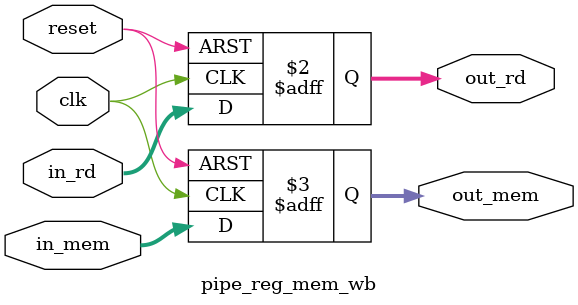
<source format=v>
module pipe_reg_mem_wb(
    input  wire       clk,
    input  wire       reset,
    input  wire [1:0]  in_rd,
    input  wire [7:0]  in_mem,
    output reg  [1:0]  out_rd,
    output reg  [7:0]  out_mem
);
    always @(posedge clk or posedge reset) begin
        if (reset) begin
            out_rd  <= 2'b0;
            out_mem <= 8'b0;
        end else begin
            out_rd  <= in_rd;
            out_mem <= in_mem;
        end
    end
endmodule
</source>
